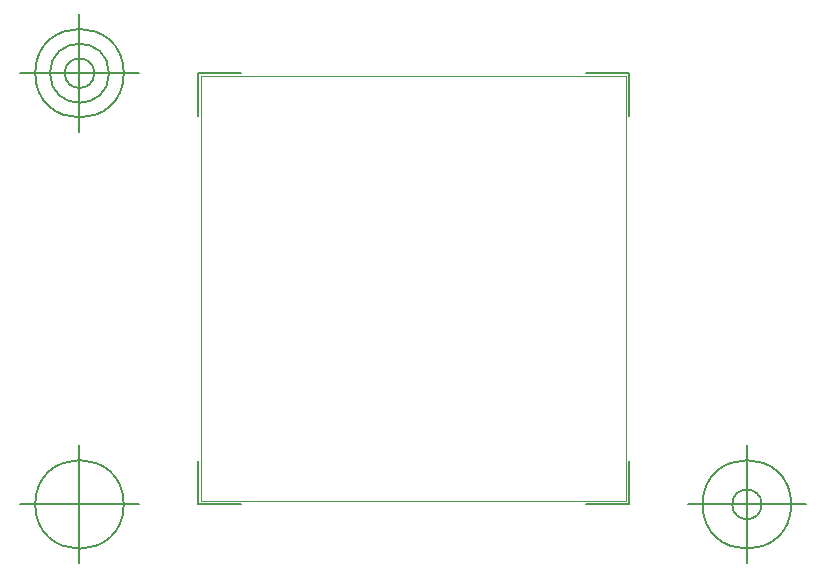
<source format=gbr>
G04 Generated by Ultiboard 14.1 *
%FSLAX34Y34*%
%MOMM*%

%ADD10C,0.0001*%
%ADD11C,0.0010*%
%ADD12C,0.1270*%


G04 ColorRGB 00FFFF for the following layer *
%LNLeiterplattenumriss*%
%LPD*%
G54D10*
G54D11*
X0Y0D02*
X360000Y0D01*
X360000Y360000D01*
X0Y360000D01*
X0Y0D01*
G54D12*
X-2540Y-2540D02*
X-2540Y33968D01*
X-2540Y-2540D02*
X33968Y-2540D01*
X362540Y-2540D02*
X326032Y-2540D01*
X362540Y-2540D02*
X362540Y33968D01*
X362540Y362540D02*
X362540Y326032D01*
X362540Y362540D02*
X326032Y362540D01*
X-2540Y362540D02*
X33968Y362540D01*
X-2540Y362540D02*
X-2540Y326032D01*
X-52540Y-2540D02*
X-152540Y-2540D01*
X-102540Y-52540D02*
X-102540Y47460D01*
X-140040Y-2540D02*
G75*
D01*
G02X-140040Y-2540I37500J0*
G01*
X412540Y-2540D02*
X512540Y-2540D01*
X462540Y-52540D02*
X462540Y47460D01*
X425040Y-2540D02*
G75*
D01*
G02X425040Y-2540I37500J0*
G01*
X450040Y-2540D02*
G75*
D01*
G02X450040Y-2540I12500J0*
G01*
X-52540Y362540D02*
X-152540Y362540D01*
X-102540Y312540D02*
X-102540Y412540D01*
X-140040Y362540D02*
G75*
D01*
G02X-140040Y362540I37500J0*
G01*
X-127540Y362540D02*
G75*
D01*
G02X-127540Y362540I25000J0*
G01*
X-115040Y362540D02*
G75*
D01*
G02X-115040Y362540I12500J0*
G01*

M02*

</source>
